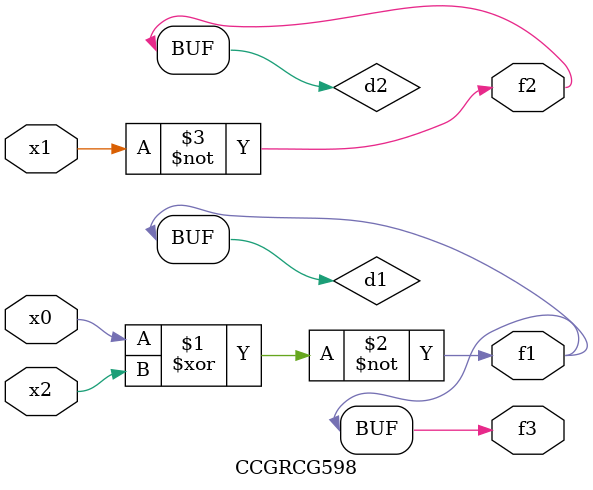
<source format=v>
module CCGRCG598(
	input x0, x1, x2,
	output f1, f2, f3
);

	wire d1, d2, d3;

	xnor (d1, x0, x2);
	nand (d2, x1);
	nor (d3, x1, x2);
	assign f1 = d1;
	assign f2 = d2;
	assign f3 = d1;
endmodule

</source>
